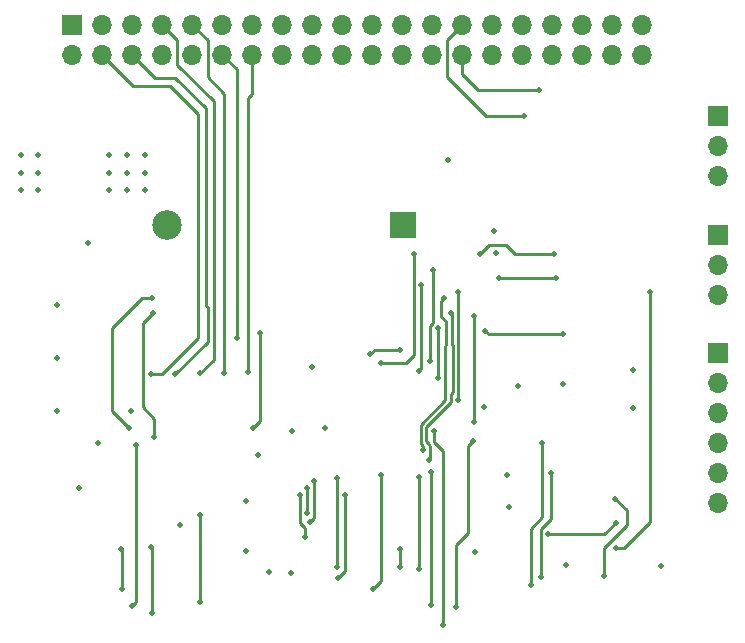
<source format=gbl>
G04 #@! TF.GenerationSoftware,KiCad,Pcbnew,(5.1.8)-1*
G04 #@! TF.CreationDate,2020-12-29T20:44:18-05:00*
G04 #@! TF.ProjectId,rpi_sensor_hat,7270695f-7365-46e7-936f-725f6861742e,rev?*
G04 #@! TF.SameCoordinates,Original*
G04 #@! TF.FileFunction,Copper,L4,Bot*
G04 #@! TF.FilePolarity,Positive*
%FSLAX46Y46*%
G04 Gerber Fmt 4.6, Leading zero omitted, Abs format (unit mm)*
G04 Created by KiCad (PCBNEW (5.1.8)-1) date 2020-12-29 20:44:18*
%MOMM*%
%LPD*%
G01*
G04 APERTURE LIST*
G04 #@! TA.AperFunction,ComponentPad*
%ADD10O,1.700000X1.700000*%
G04 #@! TD*
G04 #@! TA.AperFunction,ComponentPad*
%ADD11R,1.700000X1.700000*%
G04 #@! TD*
G04 #@! TA.AperFunction,ComponentPad*
%ADD12C,2.500000*%
G04 #@! TD*
G04 #@! TA.AperFunction,ComponentPad*
%ADD13R,2.170000X2.170000*%
G04 #@! TD*
G04 #@! TA.AperFunction,ViaPad*
%ADD14C,0.500000*%
G04 #@! TD*
G04 #@! TA.AperFunction,Conductor*
%ADD15C,0.250000*%
G04 #@! TD*
G04 APERTURE END LIST*
D10*
X81233600Y-52482000D03*
X104093600Y-55022000D03*
X99013600Y-55022000D03*
X63453600Y-55022000D03*
X76153600Y-52482000D03*
X78693600Y-52482000D03*
X60913600Y-55022000D03*
X76153600Y-55022000D03*
X86313600Y-55022000D03*
X83773600Y-52482000D03*
X96473600Y-55022000D03*
X101553600Y-52482000D03*
X65993600Y-55022000D03*
X106633600Y-52482000D03*
X73613600Y-55022000D03*
X65993600Y-52482000D03*
X63453600Y-52482000D03*
X71073600Y-55022000D03*
X96473600Y-52482000D03*
X60913600Y-52482000D03*
X81233600Y-55022000D03*
X91393600Y-52482000D03*
X78693600Y-55022000D03*
X88853600Y-55022000D03*
X93933600Y-55022000D03*
X68533600Y-55022000D03*
X101553600Y-55022000D03*
X68533600Y-52482000D03*
X73613600Y-52482000D03*
X99013600Y-52482000D03*
X93933600Y-52482000D03*
X104093600Y-52482000D03*
X91393600Y-55022000D03*
X58373600Y-55022000D03*
X88853600Y-52482000D03*
X86313600Y-52482000D03*
X106633600Y-55022000D03*
X83773600Y-55022000D03*
D11*
X58373600Y-52482000D03*
D10*
X71073600Y-52482000D03*
X113000000Y-75330000D03*
X113000000Y-72790000D03*
D11*
X113000000Y-70250000D03*
D10*
X113000000Y-92950000D03*
X113000000Y-90410000D03*
X113000000Y-87870000D03*
X113000000Y-85330000D03*
X113000000Y-82790000D03*
D11*
X113000000Y-80250000D03*
D10*
X113000000Y-65330000D03*
X113000000Y-62790000D03*
D11*
X113000000Y-60250000D03*
D12*
X66350000Y-69475000D03*
D13*
X86350000Y-69475000D03*
D14*
X55500000Y-66500000D03*
X55500000Y-65000000D03*
X55500000Y-63500000D03*
X54000000Y-63500000D03*
X54000000Y-65000000D03*
X54000000Y-66500000D03*
X94095000Y-69905000D03*
X90150000Y-63950000D03*
X57062500Y-85187500D03*
X57062500Y-80687500D03*
X57062500Y-76187500D03*
X96130000Y-83030000D03*
X99940000Y-82940000D03*
X59700000Y-71000000D03*
X77000000Y-86900000D03*
X78700000Y-81500000D03*
X95300000Y-93300000D03*
X100200000Y-98200000D03*
X92475000Y-97125000D03*
X105825000Y-81700000D03*
X60530000Y-87870000D03*
X67500000Y-94830000D03*
X73090000Y-92810000D03*
X74990000Y-98810000D03*
X64500000Y-63500000D03*
X64500000Y-65000000D03*
X63000000Y-65000000D03*
X63000000Y-63500000D03*
X61500000Y-63500000D03*
X61500000Y-65000000D03*
X61500000Y-66500000D03*
X63000000Y-66500000D03*
X64500000Y-66500000D03*
X94200000Y-71800000D03*
X93250000Y-84850000D03*
X79800000Y-86600000D03*
X95200000Y-90600000D03*
X63300000Y-85175000D03*
X105800000Y-84925000D03*
X74110000Y-88870000D03*
X58910000Y-91730000D03*
X69200000Y-82000000D03*
X67100000Y-82075000D03*
X86100000Y-80000000D03*
X83600000Y-80400000D03*
X65050000Y-82075000D03*
X97905000Y-58005000D03*
X71250000Y-81950000D03*
X96635000Y-60235000D03*
X108200000Y-98300000D03*
X73090000Y-97070000D03*
X76870000Y-98890000D03*
X87700000Y-81775000D03*
X87900000Y-74500000D03*
X81435000Y-92275000D03*
X80840000Y-99310000D03*
X97190000Y-99950000D03*
X98130000Y-87930000D03*
X98920000Y-90400000D03*
X98064999Y-99204999D03*
X80780000Y-90900000D03*
X80780000Y-98360000D03*
X78250000Y-93800000D03*
X78240000Y-91670000D03*
X78520000Y-94550000D03*
X78825001Y-91075001D03*
X86100000Y-96910000D03*
X86100000Y-98430000D03*
X78055001Y-95814999D03*
X77674999Y-92325001D03*
X88780000Y-90360000D03*
X88780000Y-101570000D03*
X69170000Y-101360000D03*
X69170000Y-93960000D03*
X62525000Y-96845000D03*
X84500000Y-90590000D03*
X83860000Y-100240000D03*
X62540000Y-100240000D03*
X65065000Y-96735000D03*
X92310000Y-87700000D03*
X90860000Y-101800000D03*
X65120000Y-102280000D03*
X63795000Y-88075000D03*
X88990000Y-86900000D03*
X89730000Y-103280000D03*
X63450000Y-101700000D03*
X88590000Y-89300000D03*
X90400000Y-76900000D03*
X65320000Y-87380000D03*
X65180000Y-76900000D03*
X88040000Y-88490000D03*
X89850000Y-75640000D03*
X63130000Y-86590000D03*
X65080000Y-75660000D03*
X73630000Y-86630000D03*
X99940000Y-78700000D03*
X93340000Y-78420000D03*
X74230000Y-78620000D03*
X73275000Y-81850000D03*
X72275000Y-78975000D03*
X84500000Y-81125000D03*
X99175000Y-71875000D03*
X92850000Y-71900000D03*
X87275000Y-71900000D03*
X104330000Y-92600000D03*
X87700000Y-90740000D03*
X87700000Y-98580000D03*
X103410000Y-99120000D03*
X104360000Y-94700000D03*
X98640000Y-95640000D03*
X92370000Y-86090000D03*
X92370000Y-77180000D03*
X91040000Y-84240000D03*
X91040000Y-75090000D03*
X104380000Y-96800000D03*
X88630000Y-80910000D03*
X88940000Y-73280000D03*
X94460000Y-73960000D03*
X99310000Y-73960000D03*
X107310000Y-75140000D03*
X89300000Y-78190000D03*
X89300000Y-82350000D03*
D15*
X69200000Y-82000000D02*
X70350000Y-80850000D01*
X70350000Y-80850000D02*
X70350000Y-58950000D01*
X70350000Y-58950000D02*
X67275000Y-55875000D01*
X67275000Y-53763400D02*
X65993600Y-52482000D01*
X67275000Y-55875000D02*
X67275000Y-53763400D01*
X65381600Y-56950000D02*
X63453600Y-55022000D01*
X67100000Y-56950000D02*
X65381600Y-56950000D01*
X69650000Y-59500000D02*
X67100000Y-56950000D01*
X69650000Y-76250000D02*
X69650000Y-59500000D01*
X69825000Y-76425000D02*
X69650000Y-76250000D01*
X69825000Y-79350000D02*
X69825000Y-76425000D01*
X67100000Y-82075000D02*
X69825000Y-79350000D01*
X86100000Y-80000000D02*
X84000000Y-80000000D01*
X84000000Y-80000000D02*
X83600000Y-80400000D01*
X66625000Y-57650000D02*
X63541600Y-57650000D01*
X69050000Y-60075000D02*
X66625000Y-57650000D01*
X69050000Y-78975000D02*
X69050000Y-60075000D01*
X63541600Y-57650000D02*
X60913600Y-55022000D01*
X65950000Y-82075000D02*
X69050000Y-78975000D01*
X65050000Y-82075000D02*
X65950000Y-82075000D01*
X97905000Y-58005000D02*
X92705000Y-58005000D01*
X91393600Y-56693600D02*
X91393600Y-55022000D01*
X92705000Y-58005000D02*
X91393600Y-56693600D01*
X71250000Y-81950000D02*
X71250000Y-58325000D01*
X71250000Y-58325000D02*
X69825000Y-56900000D01*
X69825000Y-53773400D02*
X68533600Y-52482000D01*
X69825000Y-56900000D02*
X69825000Y-53773400D01*
X96635000Y-60235000D02*
X93435000Y-60235000D01*
X93435000Y-60235000D02*
X90100000Y-56900000D01*
X90100000Y-53775600D02*
X91393600Y-52482000D01*
X90100000Y-56900000D02*
X90100000Y-53775600D01*
X87700000Y-81775000D02*
X87900000Y-81575000D01*
X87900000Y-81575000D02*
X87900000Y-74500000D01*
X81435000Y-92275000D02*
X81435000Y-98715000D01*
X81435000Y-98715000D02*
X80840000Y-99310000D01*
X97190000Y-99950000D02*
X97190000Y-95140000D01*
X97190000Y-95140000D02*
X98130000Y-94200000D01*
X98130000Y-94200000D02*
X98130000Y-87930000D01*
X98920000Y-90400000D02*
X98920000Y-94330000D01*
X98064999Y-95185001D02*
X98064999Y-99204999D01*
X98920000Y-94330000D02*
X98064999Y-95185001D01*
X80780000Y-90900000D02*
X80780000Y-98360000D01*
X78250000Y-91680000D02*
X78240000Y-91670000D01*
X78250000Y-93800000D02*
X78250000Y-91680000D01*
X78825001Y-94244999D02*
X78825001Y-91075001D01*
X78520000Y-94550000D02*
X78825001Y-94244999D01*
X86100000Y-98430000D02*
X86100000Y-96910000D01*
X78055001Y-95814999D02*
X78055001Y-95075001D01*
X77674999Y-94694999D02*
X77674999Y-92325001D01*
X78055001Y-95075001D02*
X77674999Y-94694999D01*
X88780000Y-90360000D02*
X88780000Y-101570000D01*
X69170000Y-101360000D02*
X69170000Y-93960000D01*
X84500000Y-90590000D02*
X84500000Y-99590000D01*
X83860000Y-100230000D02*
X83860000Y-100240000D01*
X84500000Y-99590000D02*
X83860000Y-100230000D01*
X62540000Y-96860000D02*
X62525000Y-96845000D01*
X62540000Y-100240000D02*
X62540000Y-96860000D01*
X91899999Y-88110001D02*
X91899999Y-95540001D01*
X92310000Y-87700000D02*
X91899999Y-88110001D01*
X91899999Y-95540001D02*
X90880000Y-96560000D01*
X90880000Y-101780000D02*
X90860000Y-101800000D01*
X90880000Y-96560000D02*
X90880000Y-101780000D01*
X65120000Y-96790000D02*
X65065000Y-96735000D01*
X65120000Y-102280000D02*
X65120000Y-96790000D01*
X88990000Y-86900000D02*
X88990000Y-87790000D01*
X88990000Y-87790000D02*
X89730000Y-88530000D01*
X89730000Y-88530000D02*
X89730000Y-103280000D01*
X63795000Y-101355000D02*
X63795000Y-88075000D01*
X63450000Y-101700000D02*
X63795000Y-101355000D01*
X88590000Y-89300000D02*
X88680000Y-89210000D01*
X88680000Y-89210000D02*
X88680000Y-88160000D01*
X88580000Y-88016410D02*
X88330000Y-87766410D01*
X88580000Y-88060000D02*
X88580000Y-88016410D01*
X88680000Y-88160000D02*
X88580000Y-88060000D01*
X88330000Y-87766410D02*
X88330000Y-86530000D01*
X88330000Y-86530000D02*
X90410000Y-84450000D01*
X90410000Y-83750000D02*
X90589990Y-83570010D01*
X90410000Y-84450000D02*
X90410000Y-83750000D01*
X90589990Y-79619990D02*
X90550000Y-79580000D01*
X90589990Y-83570010D02*
X90589990Y-79619990D01*
X90550000Y-79580000D02*
X90550000Y-77050000D01*
X90550000Y-77050000D02*
X90400000Y-76900000D01*
X65320000Y-87380000D02*
X65320000Y-85870000D01*
X65320000Y-85870000D02*
X64320000Y-84870000D01*
X64320000Y-84870000D02*
X64320000Y-77760000D01*
X64320000Y-77760000D02*
X65180000Y-76900000D01*
X87879990Y-87952810D02*
X87879991Y-86343599D01*
X88040000Y-88112820D02*
X87879990Y-87952810D01*
X88040000Y-88490000D02*
X88040000Y-88112820D01*
X87879991Y-86343599D02*
X89950000Y-84273590D01*
X89950000Y-79640000D02*
X89980000Y-79610000D01*
X89950000Y-84273590D02*
X89950000Y-79640000D01*
X89980000Y-79610000D02*
X89980000Y-77570000D01*
X89980000Y-77570000D02*
X89620000Y-77210000D01*
X89620000Y-77210000D02*
X89620000Y-75870000D01*
X89620000Y-75870000D02*
X89850000Y-75640000D01*
X63130000Y-86590000D02*
X61740000Y-85200000D01*
X61740000Y-85200000D02*
X61740000Y-78170000D01*
X61740000Y-78170000D02*
X64250000Y-75660000D01*
X64250000Y-75660000D02*
X65080000Y-75660000D01*
X73630000Y-86630000D02*
X74170000Y-86090000D01*
X99940000Y-78700000D02*
X93620000Y-78700000D01*
X93620000Y-78700000D02*
X93340000Y-78420000D01*
X74230000Y-86030000D02*
X74170000Y-86090000D01*
X74230000Y-78620000D02*
X74230000Y-86030000D01*
X73275000Y-81850000D02*
X73275000Y-58725000D01*
X73613600Y-58386400D02*
X73613600Y-55022000D01*
X73275000Y-58725000D02*
X73613600Y-58386400D01*
X71073600Y-55022000D02*
X72275000Y-56223400D01*
X72275000Y-56223400D02*
X72275000Y-70200000D01*
X72275000Y-70200000D02*
X72275000Y-78975000D01*
X86625000Y-81125000D02*
X84500000Y-81125000D01*
X99175000Y-71875000D02*
X95875000Y-71875000D01*
X95875000Y-71875000D02*
X95100000Y-71100000D01*
X95100000Y-71100000D02*
X93650000Y-71100000D01*
X93650000Y-71100000D02*
X92850000Y-71900000D01*
X86625000Y-81125000D02*
X87275000Y-80475000D01*
X87275000Y-80475000D02*
X87275000Y-71900000D01*
X87700000Y-90740000D02*
X87700000Y-98580000D01*
X103410000Y-99120000D02*
X103410000Y-96750000D01*
X103410000Y-96750000D02*
X105330000Y-94830000D01*
X105330000Y-93600000D02*
X104330000Y-92600000D01*
X105330000Y-94830000D02*
X105330000Y-93600000D01*
X103420000Y-95640000D02*
X104360000Y-94700000D01*
X98640000Y-95640000D02*
X103420000Y-95640000D01*
X92370000Y-86090000D02*
X92370000Y-77180000D01*
X91040000Y-84240000D02*
X91040000Y-75090000D01*
X88630000Y-78008998D02*
X88940000Y-77698998D01*
X88630000Y-80910000D02*
X88630000Y-78008998D01*
X88940000Y-77698998D02*
X88940000Y-73280000D01*
X94460000Y-73960000D02*
X99310000Y-73960000D01*
X104380000Y-96800000D02*
X105100000Y-96800000D01*
X105100000Y-96800000D02*
X107310000Y-94590000D01*
X107310000Y-94590000D02*
X107310000Y-75140000D01*
X89300000Y-78190000D02*
X89300000Y-82350000D01*
M02*

</source>
